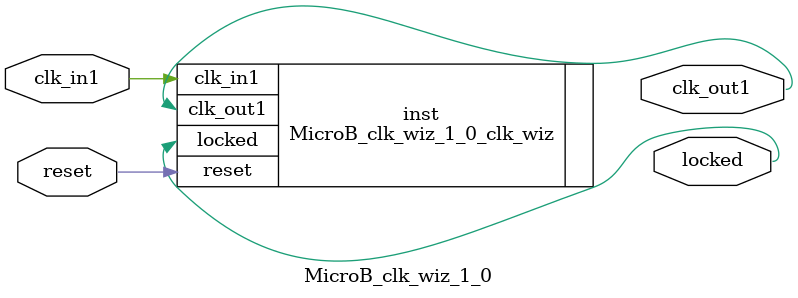
<source format=v>


`timescale 1ps/1ps

(* CORE_GENERATION_INFO = "MicroB_clk_wiz_1_0,clk_wiz_v6_0_6_0_0,{component_name=MicroB_clk_wiz_1_0,use_phase_alignment=true,use_min_o_jitter=false,use_max_i_jitter=false,use_dyn_phase_shift=false,use_inclk_switchover=false,use_dyn_reconfig=false,enable_axi=0,feedback_source=FDBK_AUTO,PRIMITIVE=MMCM,num_out_clk=1,clkin1_period=10.000,clkin2_period=10.000,use_power_down=false,use_reset=true,use_locked=true,use_inclk_stopped=false,feedback_type=SINGLE,CLOCK_MGR_TYPE=NA,manual_override=false}" *)

module MicroB_clk_wiz_1_0 
 (
  // Clock out ports
  output        clk_out1,
  // Status and control signals
  input         reset,
  output        locked,
 // Clock in ports
  input         clk_in1
 );

  MicroB_clk_wiz_1_0_clk_wiz inst
  (
  // Clock out ports  
  .clk_out1(clk_out1),
  // Status and control signals               
  .reset(reset), 
  .locked(locked),
 // Clock in ports
  .clk_in1(clk_in1)
  );

endmodule

</source>
